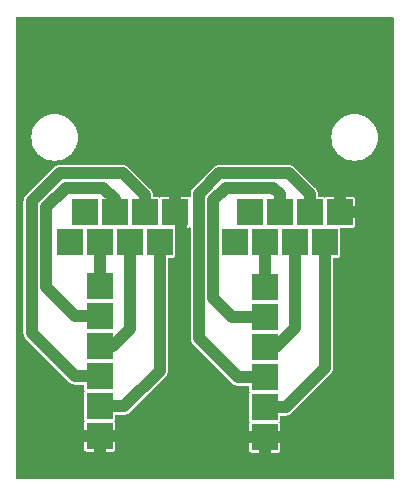
<source format=gbr>
%TF.GenerationSoftware,KiCad,Pcbnew,7.0.10*%
%TF.CreationDate,2024-03-12T23:44:50-06:00*%
%TF.ProjectId,Breakout_Boards,42726561-6b6f-4757-945f-426f61726473,rev?*%
%TF.SameCoordinates,Original*%
%TF.FileFunction,Copper,L1,Top*%
%TF.FilePolarity,Positive*%
%FSLAX46Y46*%
G04 Gerber Fmt 4.6, Leading zero omitted, Abs format (unit mm)*
G04 Created by KiCad (PCBNEW 7.0.10) date 2024-03-12 23:44:50*
%MOMM*%
%LPD*%
G01*
G04 APERTURE LIST*
%TA.AperFunction,ComponentPad*%
%ADD10R,2.200000X2.200000*%
%TD*%
%TA.AperFunction,Conductor*%
%ADD11C,1.000000*%
%TD*%
G04 APERTURE END LIST*
D10*
%TO.P,J2,1_1*%
%TO.N,GND*%
X27432000Y-16510000D03*
%TO.P,J2,1_2*%
%TO.N,/Ethernet_Breakout/Blue*%
X26162000Y-19050000D03*
%TO.P,J2,1_3*%
%TO.N,/Ethernet_Breakout/Blue_White*%
X24892000Y-16510000D03*
%TO.P,J2,1_4*%
%TO.N,/Ethernet_Breakout/Green*%
X23622000Y-19050000D03*
%TO.P,J2,1_5*%
%TO.N,/Ethernet_Breakout/Green_White*%
X22352000Y-16510000D03*
%TO.P,J2,1_6*%
%TO.N,/Ethernet_Breakout/Orange*%
X21082000Y-19050000D03*
%TO.P,J2,1_7*%
%TO.N,unconnected-(J2-Pad1_7)*%
X19812000Y-16510000D03*
%TO.P,J2,1_8*%
%TO.N,unconnected-(J2-Pad1_8)*%
X18542000Y-19050000D03*
%TO.P,J2,2_1*%
%TO.N,GND*%
X13462000Y-16510000D03*
%TO.P,J2,2_2*%
%TO.N,/Ethernet_Breakout/Blue_2*%
X12192000Y-19050000D03*
%TO.P,J2,2_3*%
%TO.N,/Ethernet_Breakout/Blue_White_2*%
X10922000Y-16510000D03*
%TO.P,J2,2_4*%
%TO.N,/Ethernet_Breakout/Green_2*%
X9652000Y-19050000D03*
%TO.P,J2,2_5*%
%TO.N,/Ethernet_Breakout/Green_White_2*%
X8382000Y-16510000D03*
%TO.P,J2,2_6*%
%TO.N,/Ethernet_Breakout/Orange_2*%
X7112000Y-19050000D03*
%TO.P,J2,2_7*%
%TO.N,unconnected-(J2-Pad2_7)*%
X5842000Y-16510000D03*
%TO.P,J2,2_8*%
%TO.N,unconnected-(J2-Pad2_8)*%
X4572000Y-19050000D03*
%TD*%
%TO.P,J3,1,Pin_1*%
%TO.N,GND*%
X7107000Y-35477000D03*
%TO.P,J3,2,Pin_2*%
%TO.N,/Ethernet_Breakout/Blue_2*%
X7107000Y-32937000D03*
%TO.P,J3,3,Pin_3*%
%TO.N,/Ethernet_Breakout/Blue_White_2*%
X7107000Y-30397000D03*
%TO.P,J3,4,Pin_4*%
%TO.N,/Ethernet_Breakout/Green_2*%
X7107000Y-27857000D03*
%TO.P,J3,5,Pin_5*%
%TO.N,/Ethernet_Breakout/Green_White_2*%
X7107000Y-25317000D03*
%TO.P,J3,6,Pin_6*%
%TO.N,/Ethernet_Breakout/Orange_2*%
X7107000Y-22777000D03*
%TD*%
%TO.P,J1,1,Pin_1*%
%TO.N,GND*%
X21082000Y-35560000D03*
%TO.P,J1,2,Pin_2*%
%TO.N,/Ethernet_Breakout/Blue*%
X21082000Y-33020000D03*
%TO.P,J1,3,Pin_3*%
%TO.N,/Ethernet_Breakout/Blue_White*%
X21082000Y-30480000D03*
%TO.P,J1,4,Pin_4*%
%TO.N,/Ethernet_Breakout/Green*%
X21082000Y-27940000D03*
%TO.P,J1,5,Pin_5*%
%TO.N,/Ethernet_Breakout/Green_White*%
X21082000Y-25400000D03*
%TO.P,J1,6,Pin_6*%
%TO.N,/Ethernet_Breakout/Orange*%
X21082000Y-22860000D03*
%TD*%
D11*
%TO.N,GND*%
X14030000Y-17000000D02*
X14030000Y-18524000D01*
%TO.N,/Ethernet_Breakout/Blue*%
X21082000Y-33020000D02*
X22860000Y-33020000D01*
X22860000Y-33020000D02*
X26162000Y-29718000D01*
X26162000Y-29718000D02*
X26162000Y-19050000D01*
%TO.N,/Ethernet_Breakout/Blue_White*%
X15514000Y-27198000D02*
X18796000Y-30480000D01*
X24880000Y-16420000D02*
X24880000Y-14960000D01*
X17222000Y-13220000D02*
X15514000Y-14928000D01*
X23140000Y-13220000D02*
X17222000Y-13220000D01*
X18796000Y-30480000D02*
X21082000Y-30480000D01*
X24880000Y-14960000D02*
X23140000Y-13220000D01*
X15514000Y-14928000D02*
X15514000Y-27198000D01*
%TO.N,/Ethernet_Breakout/Green*%
X23622000Y-26352500D02*
X23622000Y-19050000D01*
X22034500Y-27940000D02*
X23622000Y-26352500D01*
X21082000Y-27940000D02*
X22034500Y-27940000D01*
%TO.N,/Ethernet_Breakout/Green_White*%
X18322000Y-25400000D02*
X21082000Y-25400000D01*
X21800000Y-14420000D02*
X17800000Y-14420000D01*
X16730000Y-15490000D02*
X16730000Y-23808000D01*
X16730000Y-23808000D02*
X18322000Y-25400000D01*
X22340000Y-16420000D02*
X22340000Y-14960000D01*
X17800000Y-14420000D02*
X16730000Y-15490000D01*
X22340000Y-14960000D02*
X21800000Y-14420000D01*
%TO.N,/Ethernet_Breakout/Orange*%
X21082000Y-19050000D02*
X21082000Y-22860000D01*
%TO.N,/Ethernet_Breakout/Blue_2*%
X12180000Y-18960000D02*
X12180000Y-29964000D01*
X9207000Y-32937000D02*
X7107000Y-32937000D01*
X12180000Y-29964000D02*
X9207000Y-32937000D01*
%TO.N,/Ethernet_Breakout/Blue_White_2*%
X10910000Y-15050000D02*
X10910000Y-16420000D01*
X9080000Y-13220000D02*
X10910000Y-15050000D01*
X3732944Y-13220000D02*
X9080000Y-13220000D01*
X7107000Y-30397000D02*
X5007000Y-30397000D01*
X1360000Y-26750000D02*
X1360000Y-15592944D01*
X1360000Y-15592944D02*
X3732944Y-13220000D01*
X5007000Y-30397000D02*
X1360000Y-26750000D01*
%TO.N,/Ethernet_Breakout/Green_2*%
X9640000Y-26428000D02*
X8211000Y-27857000D01*
X8211000Y-27857000D02*
X7107000Y-27857000D01*
X9640000Y-18960000D02*
X9640000Y-26428000D01*
%TO.N,/Ethernet_Breakout/Green_White_2*%
X2560000Y-22870000D02*
X2560000Y-16090000D01*
X7107000Y-25317000D02*
X5007000Y-25317000D01*
X5007000Y-25317000D02*
X2560000Y-22870000D01*
X8370000Y-15360000D02*
X8370000Y-16420000D01*
X7430000Y-14420000D02*
X8370000Y-15360000D01*
X2560000Y-16090000D02*
X4230000Y-14420000D01*
X4230000Y-14420000D02*
X7430000Y-14420000D01*
%TO.N,/Ethernet_Breakout/Orange_2*%
X7107000Y-18967000D02*
X7100000Y-18960000D01*
X7107000Y-22777000D02*
X7107000Y-18967000D01*
%TD*%
%TA.AperFunction,Conductor*%
%TO.N,GND*%
G36*
X13002507Y-16719844D02*
G01*
X13080239Y-16840798D01*
X13188900Y-16934952D01*
X13319685Y-16994680D01*
X13426237Y-17010000D01*
X13061000Y-17010000D01*
X13002809Y-16991093D01*
X12966845Y-16941593D01*
X12962000Y-16911000D01*
X12962000Y-16581889D01*
X13002507Y-16719844D01*
G37*
%TD.AperFunction*%
%TA.AperFunction,Conductor*%
G36*
X13962000Y-16911000D02*
G01*
X13943093Y-16969191D01*
X13893593Y-17005155D01*
X13863000Y-17010000D01*
X13497763Y-17010000D01*
X13604315Y-16994680D01*
X13735100Y-16934952D01*
X13843761Y-16840798D01*
X13921493Y-16719844D01*
X13962000Y-16581889D01*
X13962000Y-16911000D01*
G37*
%TD.AperFunction*%
%TA.AperFunction,Conductor*%
G36*
X26972507Y-16719844D02*
G01*
X27050239Y-16840798D01*
X27158900Y-16934952D01*
X27289685Y-16994680D01*
X27396237Y-17010000D01*
X27031000Y-17010000D01*
X26972809Y-16991093D01*
X26936845Y-16941593D01*
X26932000Y-16911000D01*
X26932000Y-16581889D01*
X26972507Y-16719844D01*
G37*
%TD.AperFunction*%
%TA.AperFunction,Conductor*%
G36*
X31963191Y-18907D02*
G01*
X31999155Y-68407D01*
X32004000Y-99000D01*
X32004000Y-39017000D01*
X31985093Y-39075191D01*
X31935593Y-39111155D01*
X31905000Y-39116000D01*
X99000Y-39116000D01*
X40809Y-39097093D01*
X4845Y-39047593D01*
X0Y-39017000D01*
X0Y-36596700D01*
X5807000Y-36596700D01*
X5818603Y-36655036D01*
X5862806Y-36721189D01*
X5862810Y-36721193D01*
X5928963Y-36765396D01*
X5987299Y-36776999D01*
X5987303Y-36777000D01*
X6606999Y-36777000D01*
X6607000Y-36776999D01*
X7607000Y-36776999D01*
X7607001Y-36777000D01*
X8226697Y-36777000D01*
X8226700Y-36776999D01*
X8285036Y-36765396D01*
X8351189Y-36721193D01*
X8351193Y-36721189D01*
X8378916Y-36679700D01*
X19782000Y-36679700D01*
X19793603Y-36738036D01*
X19837806Y-36804189D01*
X19837810Y-36804193D01*
X19903963Y-36848396D01*
X19962299Y-36859999D01*
X19962303Y-36860000D01*
X20581999Y-36860000D01*
X20582000Y-36859999D01*
X21582000Y-36859999D01*
X21582001Y-36860000D01*
X22201697Y-36860000D01*
X22201700Y-36859999D01*
X22260036Y-36848396D01*
X22326189Y-36804193D01*
X22326193Y-36804189D01*
X22370396Y-36738036D01*
X22381999Y-36679700D01*
X22382000Y-36679697D01*
X22382000Y-36060001D01*
X22381999Y-36060000D01*
X21582001Y-36060000D01*
X21582000Y-36060001D01*
X21582000Y-36859999D01*
X20582000Y-36859999D01*
X20582000Y-36060001D01*
X20581999Y-36060000D01*
X19782001Y-36060000D01*
X19782000Y-36060001D01*
X19782000Y-36679700D01*
X8378916Y-36679700D01*
X8395396Y-36655036D01*
X8406999Y-36596700D01*
X8407000Y-36596697D01*
X8407000Y-35977001D01*
X8406999Y-35977000D01*
X7607001Y-35977000D01*
X7607000Y-35977001D01*
X7607000Y-36776999D01*
X6607000Y-36776999D01*
X6607000Y-35977001D01*
X6606999Y-35977000D01*
X5807001Y-35977000D01*
X5807000Y-35977001D01*
X5807000Y-36596700D01*
X0Y-36596700D01*
X0Y-26792604D01*
X655641Y-26792604D01*
X666622Y-26852529D01*
X667521Y-26858437D01*
X674860Y-26918873D01*
X674861Y-26918875D01*
X679255Y-26930461D01*
X684067Y-26947723D01*
X686303Y-26959926D01*
X686305Y-26959933D01*
X711302Y-27015473D01*
X713581Y-27020974D01*
X732140Y-27069909D01*
X735183Y-27077933D01*
X735183Y-27077934D01*
X742229Y-27088141D01*
X751029Y-27103743D01*
X756120Y-27115055D01*
X793676Y-27162992D01*
X797218Y-27167806D01*
X831814Y-27217925D01*
X831818Y-27217930D01*
X877389Y-27258302D01*
X881744Y-27262401D01*
X4494597Y-30875254D01*
X4498695Y-30879609D01*
X4539064Y-30925176D01*
X4539067Y-30925179D01*
X4539071Y-30925183D01*
X4589205Y-30959788D01*
X4594008Y-30963323D01*
X4641936Y-31000873D01*
X4641945Y-31000879D01*
X4653251Y-31005967D01*
X4668860Y-31014770D01*
X4679070Y-31021818D01*
X4736004Y-31043409D01*
X4741510Y-31045689D01*
X4797069Y-31070695D01*
X4809279Y-31072932D01*
X4826529Y-31077741D01*
X4838128Y-31082140D01*
X4898575Y-31089479D01*
X4904465Y-31090375D01*
X4964394Y-31101358D01*
X5025177Y-31097680D01*
X5031155Y-31097500D01*
X5707500Y-31097500D01*
X5765691Y-31116407D01*
X5801655Y-31165907D01*
X5806500Y-31196500D01*
X5806500Y-31516746D01*
X5806501Y-31516758D01*
X5818132Y-31575227D01*
X5818134Y-31575233D01*
X5842700Y-31611998D01*
X5859309Y-31670886D01*
X5842700Y-31722002D01*
X5818134Y-31758766D01*
X5818132Y-31758772D01*
X5806501Y-31817241D01*
X5806500Y-31817253D01*
X5806500Y-34056746D01*
X5806501Y-34056758D01*
X5818132Y-34115227D01*
X5818134Y-34115233D01*
X5843000Y-34152447D01*
X5859609Y-34211336D01*
X5843001Y-34262449D01*
X5818604Y-34298961D01*
X5818603Y-34298963D01*
X5807000Y-34357299D01*
X5807000Y-34976999D01*
X5807001Y-34977000D01*
X7071237Y-34977000D01*
X6964685Y-34992320D01*
X6833900Y-35052048D01*
X6725239Y-35146202D01*
X6647507Y-35267156D01*
X6607000Y-35405111D01*
X6607000Y-35548889D01*
X6647507Y-35686844D01*
X6725239Y-35807798D01*
X6833900Y-35901952D01*
X6964685Y-35961680D01*
X7071237Y-35977000D01*
X7142763Y-35977000D01*
X7249315Y-35961680D01*
X7380100Y-35901952D01*
X7488761Y-35807798D01*
X7566493Y-35686844D01*
X7607000Y-35548889D01*
X7607000Y-35405111D01*
X7566493Y-35267156D01*
X7488761Y-35146202D01*
X7380100Y-35052048D01*
X7249315Y-34992320D01*
X7142763Y-34977000D01*
X8406999Y-34977000D01*
X8407000Y-34976999D01*
X8407000Y-34357302D01*
X8406999Y-34357299D01*
X8395396Y-34298963D01*
X8370999Y-34262451D01*
X8354390Y-34203563D01*
X8370997Y-34152449D01*
X8395867Y-34115231D01*
X8407500Y-34056748D01*
X8407500Y-33736500D01*
X8426407Y-33678309D01*
X8475907Y-33642345D01*
X8506500Y-33637500D01*
X9182845Y-33637500D01*
X9188822Y-33637680D01*
X9218656Y-33639485D01*
X9249605Y-33641358D01*
X9249605Y-33641357D01*
X9249606Y-33641358D01*
X9309539Y-33630374D01*
X9315419Y-33629479D01*
X9375872Y-33622140D01*
X9387462Y-33617744D01*
X9404725Y-33612931D01*
X9416932Y-33610695D01*
X9472487Y-33585690D01*
X9478003Y-33583407D01*
X9479896Y-33582689D01*
X9534930Y-33561818D01*
X9545142Y-33554768D01*
X9560750Y-33545965D01*
X9572057Y-33540878D01*
X9572057Y-33540877D01*
X9572059Y-33540877D01*
X9619995Y-33503321D01*
X9624813Y-33499775D01*
X9674929Y-33465183D01*
X9715312Y-33419598D01*
X9719378Y-33415277D01*
X12658277Y-30476378D01*
X12662598Y-30472312D01*
X12708183Y-30431929D01*
X12742778Y-30381807D01*
X12746321Y-30376995D01*
X12783876Y-30329060D01*
X12783876Y-30329058D01*
X12783878Y-30329057D01*
X12788966Y-30317749D01*
X12797773Y-30302136D01*
X12804815Y-30291934D01*
X12804814Y-30291934D01*
X12804818Y-30291930D01*
X12826428Y-30234944D01*
X12828684Y-30229499D01*
X12853695Y-30173931D01*
X12855931Y-30161723D01*
X12860745Y-30144459D01*
X12865140Y-30132872D01*
X12872478Y-30072427D01*
X12873378Y-30066518D01*
X12873924Y-30063543D01*
X12884358Y-30006606D01*
X12880681Y-29945822D01*
X12880500Y-29939844D01*
X12880500Y-20449500D01*
X12899407Y-20391309D01*
X12948907Y-20355345D01*
X12979500Y-20350500D01*
X13311747Y-20350500D01*
X13311748Y-20350500D01*
X13370231Y-20338867D01*
X13436552Y-20294552D01*
X13480867Y-20228231D01*
X13492500Y-20169748D01*
X13492500Y-17930252D01*
X13492114Y-17928310D01*
X13492220Y-17927412D01*
X13492023Y-17925408D01*
X13492462Y-17925364D01*
X13499309Y-17867549D01*
X13540843Y-17822621D01*
X13589213Y-17810000D01*
X14581697Y-17810000D01*
X14581700Y-17809999D01*
X14640036Y-17798396D01*
X14659498Y-17785392D01*
X14718386Y-17768783D01*
X14775790Y-17789960D01*
X14809783Y-17840834D01*
X14813500Y-17867707D01*
X14813500Y-27173844D01*
X14813319Y-27179823D01*
X14809641Y-27240604D01*
X14820622Y-27300529D01*
X14821521Y-27306437D01*
X14828860Y-27366873D01*
X14828861Y-27366875D01*
X14833255Y-27378461D01*
X14838067Y-27395723D01*
X14840303Y-27407926D01*
X14840305Y-27407933D01*
X14865302Y-27463473D01*
X14867581Y-27468974D01*
X14886140Y-27517909D01*
X14889183Y-27525933D01*
X14889183Y-27525934D01*
X14896229Y-27536141D01*
X14905029Y-27551743D01*
X14910120Y-27563055D01*
X14947676Y-27610992D01*
X14951218Y-27615806D01*
X14985814Y-27665925D01*
X14985818Y-27665930D01*
X15031389Y-27706302D01*
X15035744Y-27710401D01*
X18283597Y-30958254D01*
X18287695Y-30962609D01*
X18328064Y-31008176D01*
X18328067Y-31008179D01*
X18328071Y-31008183D01*
X18378205Y-31042788D01*
X18383008Y-31046323D01*
X18430936Y-31083873D01*
X18430945Y-31083879D01*
X18442251Y-31088967D01*
X18457860Y-31097770D01*
X18468070Y-31104818D01*
X18525004Y-31126409D01*
X18530510Y-31128689D01*
X18586069Y-31153695D01*
X18598279Y-31155932D01*
X18615529Y-31160741D01*
X18627128Y-31165140D01*
X18687575Y-31172479D01*
X18693465Y-31173375D01*
X18753394Y-31184358D01*
X18814177Y-31180680D01*
X18820155Y-31180500D01*
X19682500Y-31180500D01*
X19740691Y-31199407D01*
X19776655Y-31248907D01*
X19781500Y-31279500D01*
X19781500Y-31599746D01*
X19781501Y-31599758D01*
X19793132Y-31658227D01*
X19793134Y-31658233D01*
X19817700Y-31694998D01*
X19834309Y-31753886D01*
X19817700Y-31805002D01*
X19793134Y-31841766D01*
X19793132Y-31841772D01*
X19781501Y-31900241D01*
X19781500Y-31900253D01*
X19781500Y-34139746D01*
X19781501Y-34139758D01*
X19793132Y-34198227D01*
X19793134Y-34198233D01*
X19818000Y-34235447D01*
X19834609Y-34294336D01*
X19818001Y-34345449D01*
X19793604Y-34381961D01*
X19793603Y-34381963D01*
X19782000Y-34440299D01*
X19782000Y-35059999D01*
X19782001Y-35060000D01*
X21046237Y-35060000D01*
X20939685Y-35075320D01*
X20808900Y-35135048D01*
X20700239Y-35229202D01*
X20622507Y-35350156D01*
X20582000Y-35488111D01*
X20582000Y-35631889D01*
X20622507Y-35769844D01*
X20700239Y-35890798D01*
X20808900Y-35984952D01*
X20939685Y-36044680D01*
X21046237Y-36060000D01*
X21117763Y-36060000D01*
X21224315Y-36044680D01*
X21355100Y-35984952D01*
X21463761Y-35890798D01*
X21541493Y-35769844D01*
X21582000Y-35631889D01*
X21582000Y-35488111D01*
X21541493Y-35350156D01*
X21463761Y-35229202D01*
X21355100Y-35135048D01*
X21224315Y-35075320D01*
X21117763Y-35060000D01*
X22381999Y-35060000D01*
X22382000Y-35059999D01*
X22382000Y-34440302D01*
X22381999Y-34440299D01*
X22370396Y-34381963D01*
X22345999Y-34345451D01*
X22329390Y-34286563D01*
X22345997Y-34235449D01*
X22370867Y-34198231D01*
X22382500Y-34139748D01*
X22382500Y-33819500D01*
X22401407Y-33761309D01*
X22450907Y-33725345D01*
X22481500Y-33720500D01*
X22835845Y-33720500D01*
X22841822Y-33720680D01*
X22871656Y-33722485D01*
X22902605Y-33724358D01*
X22902605Y-33724357D01*
X22902606Y-33724358D01*
X22962539Y-33713374D01*
X22968419Y-33712479D01*
X23028872Y-33705140D01*
X23040462Y-33700744D01*
X23057725Y-33695931D01*
X23069932Y-33693695D01*
X23125487Y-33668690D01*
X23131003Y-33666407D01*
X23132896Y-33665689D01*
X23187930Y-33644818D01*
X23198142Y-33637768D01*
X23213750Y-33628965D01*
X23225057Y-33623878D01*
X23225057Y-33623877D01*
X23225059Y-33623877D01*
X23272995Y-33586321D01*
X23277813Y-33582775D01*
X23327929Y-33548183D01*
X23368312Y-33502598D01*
X23372378Y-33498277D01*
X26640277Y-30230378D01*
X26644598Y-30226312D01*
X26690183Y-30185929D01*
X26724778Y-30135807D01*
X26728303Y-30131016D01*
X26765878Y-30083057D01*
X26770967Y-30071748D01*
X26779774Y-30056134D01*
X26786815Y-30045934D01*
X26786818Y-30045930D01*
X26808410Y-29988993D01*
X26810699Y-29983466D01*
X26835694Y-29927932D01*
X26837929Y-29915736D01*
X26842743Y-29898465D01*
X26847140Y-29886872D01*
X26854483Y-29826388D01*
X26855373Y-29820542D01*
X26866357Y-29760606D01*
X26862680Y-29699832D01*
X26862500Y-29693856D01*
X26862500Y-20449500D01*
X26881407Y-20391309D01*
X26930907Y-20355345D01*
X26961500Y-20350500D01*
X27281747Y-20350500D01*
X27281748Y-20350500D01*
X27340231Y-20338867D01*
X27406552Y-20294552D01*
X27450867Y-20228231D01*
X27462500Y-20169748D01*
X27462500Y-17930252D01*
X27462114Y-17928310D01*
X27462220Y-17927412D01*
X27462023Y-17925408D01*
X27462462Y-17925364D01*
X27469309Y-17867549D01*
X27510843Y-17822621D01*
X27559213Y-17810000D01*
X28551697Y-17810000D01*
X28551700Y-17809999D01*
X28610036Y-17798396D01*
X28676189Y-17754193D01*
X28676193Y-17754189D01*
X28720396Y-17688036D01*
X28731999Y-17629700D01*
X28732000Y-17629697D01*
X28732000Y-17010001D01*
X28731999Y-17010000D01*
X27467763Y-17010000D01*
X27574315Y-16994680D01*
X27705100Y-16934952D01*
X27813761Y-16840798D01*
X27891493Y-16719844D01*
X27932000Y-16581889D01*
X27932000Y-16438111D01*
X27891493Y-16300156D01*
X27813761Y-16179202D01*
X27705100Y-16085048D01*
X27574315Y-16025320D01*
X27467763Y-16010000D01*
X27396237Y-16010000D01*
X27289685Y-16025320D01*
X27158900Y-16085048D01*
X27050239Y-16179202D01*
X26972507Y-16300156D01*
X26932000Y-16438111D01*
X26932000Y-16009999D01*
X27932000Y-16009999D01*
X27932001Y-16010000D01*
X28731999Y-16010000D01*
X28732000Y-16009999D01*
X28732000Y-15390302D01*
X28731999Y-15390299D01*
X28720396Y-15331963D01*
X28676193Y-15265810D01*
X28676189Y-15265806D01*
X28610036Y-15221603D01*
X28551700Y-15210000D01*
X27932001Y-15210000D01*
X27932000Y-15210001D01*
X27932000Y-16009999D01*
X26932000Y-16009999D01*
X26932000Y-15210001D01*
X26931999Y-15210000D01*
X26312299Y-15210000D01*
X26253963Y-15221603D01*
X26253961Y-15221604D01*
X26217449Y-15246001D01*
X26158561Y-15262609D01*
X26107447Y-15246000D01*
X26070233Y-15221134D01*
X26070231Y-15221133D01*
X26070228Y-15221132D01*
X26070227Y-15221132D01*
X26011758Y-15209501D01*
X26011748Y-15209500D01*
X26011747Y-15209500D01*
X25679500Y-15209500D01*
X25621309Y-15190593D01*
X25585345Y-15141093D01*
X25580500Y-15110500D01*
X25580500Y-14984154D01*
X25580681Y-14978175D01*
X25584358Y-14917394D01*
X25578494Y-14885395D01*
X25573375Y-14857465D01*
X25572478Y-14851567D01*
X25572252Y-14849708D01*
X25565140Y-14791128D01*
X25560741Y-14779529D01*
X25555931Y-14762274D01*
X25553695Y-14750069D01*
X25528690Y-14694512D01*
X25526415Y-14689018D01*
X25504818Y-14632070D01*
X25497768Y-14621856D01*
X25488965Y-14606247D01*
X25483878Y-14594944D01*
X25446325Y-14547011D01*
X25442780Y-14542194D01*
X25424011Y-14515002D01*
X25408183Y-14492071D01*
X25408182Y-14492070D01*
X25408181Y-14492068D01*
X25362601Y-14451688D01*
X25358246Y-14447590D01*
X23652401Y-12741744D01*
X23648302Y-12737389D01*
X23607930Y-12691818D01*
X23607925Y-12691814D01*
X23557806Y-12657218D01*
X23552992Y-12653676D01*
X23505055Y-12616120D01*
X23493743Y-12611029D01*
X23478141Y-12602229D01*
X23467933Y-12595183D01*
X23459909Y-12592140D01*
X23410974Y-12573581D01*
X23405481Y-12571305D01*
X23382858Y-12561123D01*
X23349933Y-12546305D01*
X23349926Y-12546303D01*
X23337723Y-12544067D01*
X23320461Y-12539255D01*
X23308875Y-12534861D01*
X23308873Y-12534860D01*
X23248437Y-12527521D01*
X23242529Y-12526622D01*
X23182602Y-12515641D01*
X23124549Y-12519154D01*
X23121822Y-12519319D01*
X23115845Y-12519500D01*
X17246155Y-12519500D01*
X17240177Y-12519319D01*
X17237007Y-12519127D01*
X17179395Y-12515641D01*
X17119470Y-12526622D01*
X17113562Y-12527521D01*
X17053126Y-12534860D01*
X17041529Y-12539258D01*
X17024282Y-12544066D01*
X17012067Y-12546305D01*
X16956534Y-12571298D01*
X16951013Y-12573585D01*
X16894070Y-12595181D01*
X16894067Y-12595183D01*
X16883855Y-12602232D01*
X16868258Y-12611029D01*
X16856942Y-12616122D01*
X16809004Y-12653678D01*
X16804192Y-12657219D01*
X16754071Y-12691816D01*
X16713695Y-12737390D01*
X16709598Y-12741743D01*
X15035743Y-14415598D01*
X15031390Y-14419695D01*
X14985816Y-14460071D01*
X14951224Y-14510186D01*
X14947690Y-14514988D01*
X14924449Y-14544655D01*
X14910121Y-14562944D01*
X14910120Y-14562944D01*
X14905028Y-14574259D01*
X14896230Y-14589858D01*
X14889181Y-14600070D01*
X14889180Y-14600071D01*
X14867593Y-14656993D01*
X14865306Y-14662515D01*
X14840305Y-14718066D01*
X14840302Y-14718074D01*
X14838065Y-14730282D01*
X14833258Y-14747527D01*
X14828860Y-14759125D01*
X14821521Y-14819561D01*
X14820622Y-14825469D01*
X14809641Y-14885395D01*
X14813319Y-14946175D01*
X14813500Y-14952154D01*
X14813500Y-15152292D01*
X14794593Y-15210483D01*
X14745093Y-15246447D01*
X14683907Y-15246447D01*
X14659500Y-15234608D01*
X14640038Y-15221604D01*
X14640036Y-15221603D01*
X14581700Y-15210000D01*
X13962001Y-15210000D01*
X13962000Y-15210001D01*
X13962000Y-16438111D01*
X13921493Y-16300156D01*
X13843761Y-16179202D01*
X13735100Y-16085048D01*
X13604315Y-16025320D01*
X13497763Y-16010000D01*
X13426237Y-16010000D01*
X13319685Y-16025320D01*
X13188900Y-16085048D01*
X13080239Y-16179202D01*
X13002507Y-16300156D01*
X12962000Y-16438111D01*
X12962000Y-15210001D01*
X12961999Y-15210000D01*
X12342299Y-15210000D01*
X12283963Y-15221603D01*
X12283961Y-15221604D01*
X12247449Y-15246001D01*
X12188561Y-15262609D01*
X12137447Y-15246000D01*
X12100233Y-15221134D01*
X12100231Y-15221133D01*
X12100228Y-15221132D01*
X12100227Y-15221132D01*
X12041758Y-15209501D01*
X12041748Y-15209500D01*
X12041747Y-15209500D01*
X11709500Y-15209500D01*
X11651309Y-15190593D01*
X11615345Y-15141093D01*
X11610500Y-15110500D01*
X11610500Y-15074154D01*
X11610681Y-15068175D01*
X11614358Y-15007394D01*
X11609001Y-14978165D01*
X11603375Y-14947465D01*
X11602478Y-14941567D01*
X11596468Y-14892071D01*
X11595140Y-14881128D01*
X11590741Y-14869529D01*
X11585931Y-14852274D01*
X11585805Y-14851585D01*
X11583695Y-14840069D01*
X11558690Y-14784512D01*
X11556415Y-14779018D01*
X11534818Y-14722070D01*
X11527768Y-14711856D01*
X11518965Y-14696247D01*
X11515704Y-14689001D01*
X11513878Y-14684944D01*
X11513876Y-14684942D01*
X11513876Y-14684940D01*
X11476324Y-14637009D01*
X11472780Y-14632193D01*
X11472695Y-14632070D01*
X11438183Y-14582071D01*
X11438179Y-14582067D01*
X11438176Y-14582064D01*
X11392609Y-14541695D01*
X11388254Y-14537597D01*
X9592401Y-12741744D01*
X9588302Y-12737389D01*
X9547930Y-12691818D01*
X9547925Y-12691814D01*
X9497806Y-12657218D01*
X9492992Y-12653676D01*
X9445055Y-12616120D01*
X9433743Y-12611029D01*
X9418141Y-12602229D01*
X9407933Y-12595183D01*
X9399909Y-12592140D01*
X9350974Y-12573581D01*
X9345481Y-12571305D01*
X9322858Y-12561123D01*
X9289933Y-12546305D01*
X9289926Y-12546303D01*
X9277723Y-12544067D01*
X9260461Y-12539255D01*
X9248875Y-12534861D01*
X9248873Y-12534860D01*
X9188437Y-12527521D01*
X9182529Y-12526622D01*
X9122602Y-12515641D01*
X9064549Y-12519154D01*
X9061822Y-12519319D01*
X9055845Y-12519500D01*
X3757099Y-12519500D01*
X3751121Y-12519319D01*
X3747951Y-12519127D01*
X3690339Y-12515641D01*
X3630414Y-12526622D01*
X3624506Y-12527521D01*
X3564070Y-12534860D01*
X3552473Y-12539258D01*
X3535226Y-12544066D01*
X3523011Y-12546305D01*
X3467478Y-12571298D01*
X3461957Y-12573585D01*
X3405014Y-12595181D01*
X3394796Y-12602234D01*
X3379205Y-12611027D01*
X3367892Y-12616119D01*
X3367888Y-12616122D01*
X3319947Y-12653680D01*
X3315134Y-12657221D01*
X3265015Y-12691816D01*
X3224632Y-12737398D01*
X3220535Y-12741751D01*
X881743Y-15080542D01*
X877390Y-15084639D01*
X831816Y-15125015D01*
X797224Y-15175130D01*
X793690Y-15179932D01*
X769757Y-15210483D01*
X756121Y-15227888D01*
X756120Y-15227888D01*
X751028Y-15239203D01*
X742230Y-15254802D01*
X735181Y-15265014D01*
X735180Y-15265015D01*
X713593Y-15321937D01*
X711306Y-15327459D01*
X686305Y-15383010D01*
X686302Y-15383018D01*
X684065Y-15395226D01*
X679258Y-15412471D01*
X674860Y-15424069D01*
X667521Y-15484505D01*
X666622Y-15490413D01*
X655641Y-15550339D01*
X659319Y-15611119D01*
X659500Y-15617098D01*
X659500Y-26725844D01*
X659319Y-26731823D01*
X655641Y-26792604D01*
X0Y-26792604D01*
X0Y-10160000D01*
X1321454Y-10160000D01*
X1341612Y-10441855D01*
X1401681Y-10717988D01*
X1500432Y-10982750D01*
X1500433Y-10982752D01*
X1635859Y-11230764D01*
X1635858Y-11230764D01*
X1805199Y-11456977D01*
X1805203Y-11456982D01*
X2005018Y-11656797D01*
X2005021Y-11656799D01*
X2005022Y-11656800D01*
X2231235Y-11826141D01*
X2479247Y-11961566D01*
X2479251Y-11961568D01*
X2744011Y-12060318D01*
X2744016Y-12060320D01*
X3020139Y-12120387D01*
X3231447Y-12135500D01*
X3372553Y-12135500D01*
X3583861Y-12120387D01*
X3859984Y-12060320D01*
X4124749Y-11961568D01*
X4372764Y-11826141D01*
X4598982Y-11656797D01*
X4798797Y-11456982D01*
X4968141Y-11230764D01*
X5103568Y-10982749D01*
X5202320Y-10717984D01*
X5262387Y-10441861D01*
X5282546Y-10160000D01*
X26721454Y-10160000D01*
X26741612Y-10441855D01*
X26801681Y-10717988D01*
X26900432Y-10982750D01*
X26900433Y-10982752D01*
X27035859Y-11230764D01*
X27035858Y-11230764D01*
X27205199Y-11456977D01*
X27205203Y-11456982D01*
X27405018Y-11656797D01*
X27405021Y-11656799D01*
X27405022Y-11656800D01*
X27631235Y-11826141D01*
X27879247Y-11961566D01*
X27879251Y-11961568D01*
X28144011Y-12060318D01*
X28144016Y-12060320D01*
X28420139Y-12120387D01*
X28631447Y-12135500D01*
X28772553Y-12135500D01*
X28983861Y-12120387D01*
X29259984Y-12060320D01*
X29524749Y-11961568D01*
X29772764Y-11826141D01*
X29998982Y-11656797D01*
X30198797Y-11456982D01*
X30368141Y-11230764D01*
X30503568Y-10982749D01*
X30602320Y-10717984D01*
X30662387Y-10441861D01*
X30682546Y-10160000D01*
X30662387Y-9878139D01*
X30602320Y-9602016D01*
X30503568Y-9337251D01*
X30368141Y-9089236D01*
X30368140Y-9089235D01*
X30368141Y-9089235D01*
X30198800Y-8863022D01*
X30198799Y-8863021D01*
X30198797Y-8863018D01*
X29998982Y-8663203D01*
X29998977Y-8663199D01*
X29772764Y-8493858D01*
X29524752Y-8358433D01*
X29524750Y-8358432D01*
X29259987Y-8259681D01*
X29259989Y-8259681D01*
X29198364Y-8246275D01*
X28983861Y-8199613D01*
X28983858Y-8199612D01*
X28983855Y-8199612D01*
X28772553Y-8184500D01*
X28631447Y-8184500D01*
X28420144Y-8199612D01*
X28144011Y-8259681D01*
X27879249Y-8358432D01*
X27879247Y-8358433D01*
X27631235Y-8493858D01*
X27405022Y-8663199D01*
X27205199Y-8863022D01*
X27035858Y-9089235D01*
X26900433Y-9337247D01*
X26900432Y-9337249D01*
X26801681Y-9602011D01*
X26741612Y-9878144D01*
X26721454Y-10160000D01*
X5282546Y-10160000D01*
X5262387Y-9878139D01*
X5202320Y-9602016D01*
X5103568Y-9337251D01*
X4968141Y-9089236D01*
X4968140Y-9089235D01*
X4968141Y-9089235D01*
X4798800Y-8863022D01*
X4798799Y-8863021D01*
X4798797Y-8863018D01*
X4598982Y-8663203D01*
X4598977Y-8663199D01*
X4372764Y-8493858D01*
X4124752Y-8358433D01*
X4124750Y-8358432D01*
X3859987Y-8259681D01*
X3859989Y-8259681D01*
X3798364Y-8246275D01*
X3583861Y-8199613D01*
X3583858Y-8199612D01*
X3583855Y-8199612D01*
X3372553Y-8184500D01*
X3231447Y-8184500D01*
X3020144Y-8199612D01*
X2744011Y-8259681D01*
X2479249Y-8358432D01*
X2479247Y-8358433D01*
X2231235Y-8493858D01*
X2005022Y-8663199D01*
X1805199Y-8863022D01*
X1635858Y-9089235D01*
X1500433Y-9337247D01*
X1500432Y-9337249D01*
X1401681Y-9602011D01*
X1341612Y-9878144D01*
X1321454Y-10160000D01*
X0Y-10160000D01*
X0Y-99000D01*
X18907Y-40809D01*
X68407Y-4845D01*
X99000Y0D01*
X31905000Y0D01*
X31963191Y-18907D01*
G37*
%TD.AperFunction*%
%TD*%
M02*

</source>
